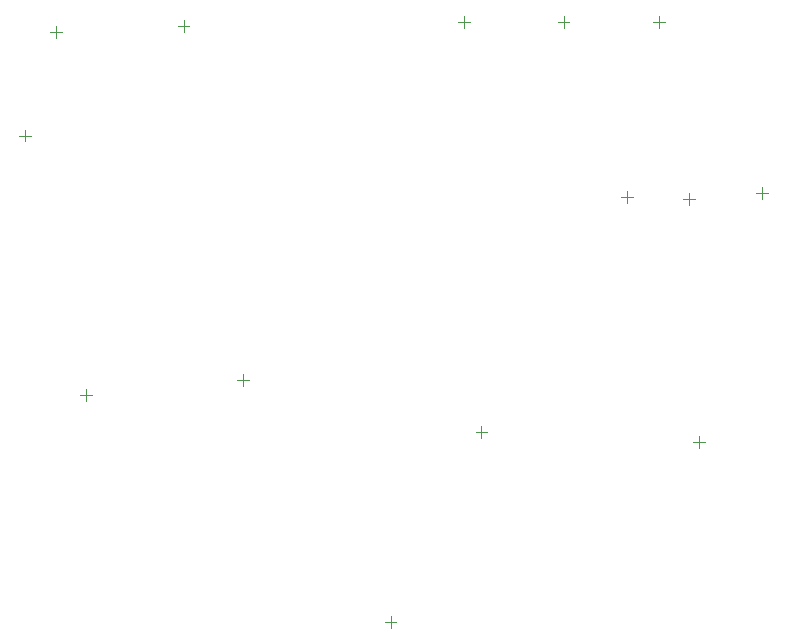
<source format=gbr>
G04*
G04 #@! TF.GenerationSoftware,Altium Limited,Altium Designer,25.5.2 (35)*
G04*
G04 Layer_Color=0*
%FSLAX25Y25*%
%MOIN*%
G70*
G04*
G04 #@! TF.SameCoordinates,5858FFA7-226C-4CE8-8668-B70CF27CC624*
G04*
G04*
G04 #@! TF.FilePolarity,Positive*
G04*
G01*
G75*
%ADD114C,0.00394*%
D114*
X223917Y138976D02*
Y142913D01*
X221949Y140945D02*
X225886D01*
X294488Y137795D02*
X298425D01*
X296457Y135827D02*
Y139764D01*
X218012Y275787D02*
Y279724D01*
X216043Y277756D02*
X219980D01*
X90256Y153248D02*
X94193D01*
X92224Y151280D02*
Y155217D01*
X283071Y275787D02*
Y279724D01*
X281102Y277756D02*
X285039D01*
X251280Y275787D02*
Y279724D01*
X249311Y277756D02*
X253248D01*
X315571Y220630D02*
X319508D01*
X317539Y218661D02*
Y222598D01*
X69882Y239862D02*
X73819D01*
X71850Y237894D02*
Y241831D01*
X82185Y272343D02*
Y276280D01*
X80217Y274311D02*
X84154D01*
X122638Y276476D02*
X126575D01*
X124606Y274508D02*
Y278445D01*
X144390Y156299D02*
Y160236D01*
X142421Y158268D02*
X146358D01*
X293110Y216820D02*
Y220757D01*
X291142Y218789D02*
X295079D01*
X270472Y219392D02*
X274409D01*
X272441Y217423D02*
Y221360D01*
X193602Y75689D02*
Y79626D01*
X191634Y77657D02*
X195571D01*
M02*

</source>
